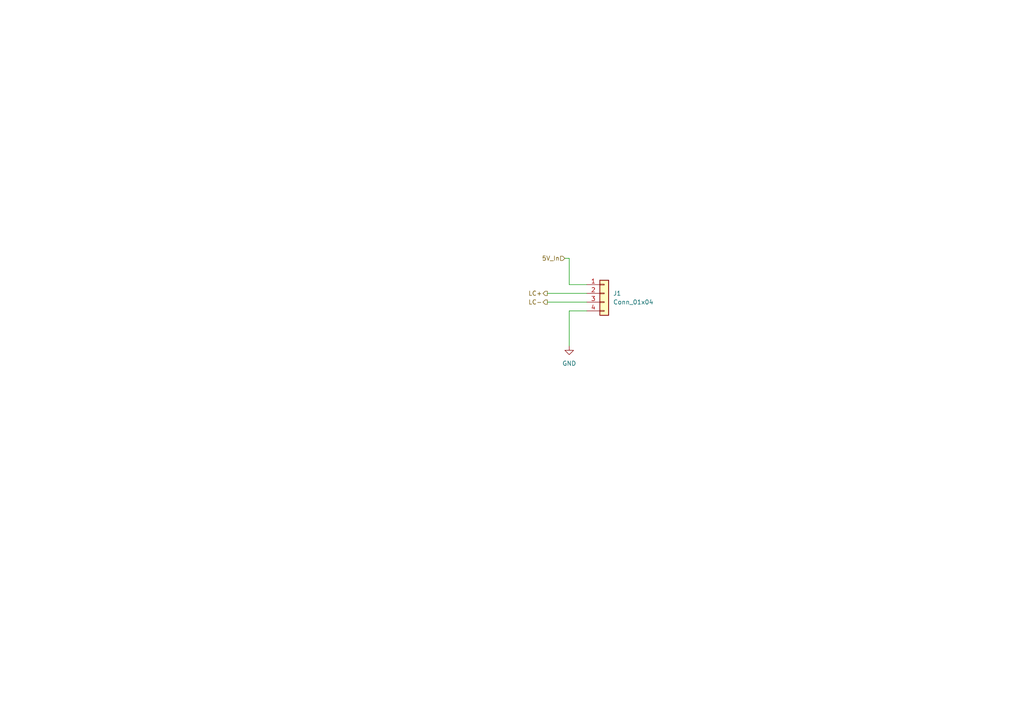
<source format=kicad_sch>
(kicad_sch (version 20250114) (generator "eeschema") (generator_version "9.0")
  (paper "A4")
  (lib_symbols
    (symbol "Connector_Generic:Conn_01x04" (pin_names (offset 1.016) (hide yes))
      (property "Reference" "J" (at 0 5.08 0))
      (property "Value" "Conn_01x04" (at 0 -7.62 0))
      (symbol "Conn_01x04_1_1"
        (rectangle (start -1.27 3.81) (end 1.27 -6.35) (stroke (width 0.254)) (fill (type background)))
        (rectangle (start -1.27 2.667) (end 0 2.413) (stroke (width 0.1524)))
        (rectangle (start -1.27 0.127) (end 0 -0.127) (stroke (width 0.1524)))
        (rectangle (start -1.27 -2.413) (end 0 -2.667) (stroke (width 0.1524)))
        (rectangle (start -1.27 -4.953) (end 0 -5.207) (stroke (width 0.1524)))
        (pin passive line (at -5.08 2.54 0) (length 3.81) (name "Pin_1") (number "1"))
        (pin passive line (at -5.08 0 0) (length 3.81) (name "Pin_2") (number "2"))
        (pin passive line (at -5.08 -2.54 0) (length 3.81) (name "Pin_3") (number "3"))
        (pin passive line (at -5.08 -5.08 0) (length 3.81) (name "Pin_4") (number "4"))
      )
    )
    (symbol "power:GND" (power) (pin_numbers (hide yes)) (pin_names (offset 0) (hide yes))
      (property "Value" "GND" (at 0 -3.81 0))
      (symbol "GND_0_1"
        (polyline (pts (xy 0 0) (xy 0 -1.27) (xy 1.27 -1.27) (xy 0 -2.54) (xy -1.27 -1.27) (xy 0 -1.27)))
      )
      (symbol "GND_1_1"
        (pin power_in line (at 0 0 270) (length 0) (name "~") (number "1"))
      )
    )
  )
  (wire (pts (xy 165.1 82.55) (xy 170.18 82.55)))
  (wire (pts (xy 163.83 74.93) (xy 165.1 74.93)))
  (wire (pts (xy 158.75 87.63) (xy 170.18 87.63)))
  (wire (pts (xy 165.1 100.33) (xy 165.1 90.17)))
  (wire (pts (xy 158.75 85.09) (xy 170.18 85.09)))
  (wire (pts (xy 165.1 90.17) (xy 170.18 90.17)))
  (wire (pts (xy 165.1 74.93) (xy 165.1 82.55)))
  (hierarchical_label "LC-" (shape output) (at 158.75 87.63 180))
  (hierarchical_label "5V_In" (shape input) (at 163.83 74.93 180))
  (hierarchical_label "LC+" (shape output) (at 158.75 85.09 180))
  (symbol (lib_id "power:GND") (at 165.1 100.33 0) (unit 1)
    (property "Reference" "#PWR0115" (effects (hide yes)))
    (property "Value" "GND" (at 165.1 105.41 0))
    (property "Description" "Power symbol creates a global label with name \"GND\" , ground" (effects (hide yes)))
  )
  (symbol (lib_id "Connector_Generic:Conn_01x04") (at 175.26 85.09 0) (unit 1)
    (property "Reference" "J1" (at 177.8 85.0899 0) (effects (justify left)))
    (property "Value" "Conn_01x04" (at 177.8 87.6299 0) (effects (justify left)))
    (property "Footprint" "Connector_JST:JST_EH_B4B-EH-A_1x04_P2.50mm_Vertical" (effects (hide yes)))
    (property "Description" "Generic connector, single row, 01x04, script generated (kicad-library-utils/schlib/autogen/connector/)" (effects (hide yes)))
  )
)
</source>
